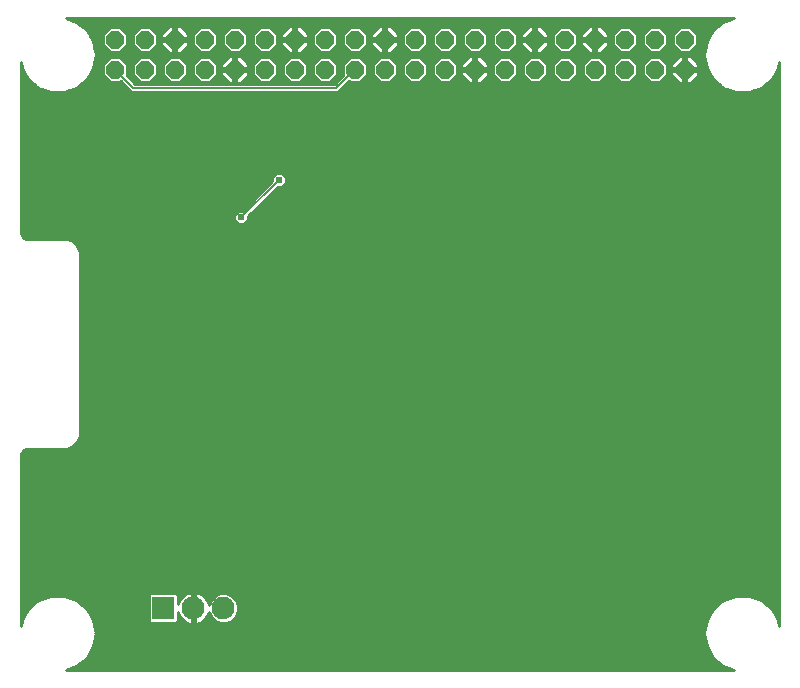
<source format=gbl>
G75*
%MOIN*%
%OFA0B0*%
%FSLAX25Y25*%
%IPPOS*%
%LPD*%
%AMOC8*
5,1,8,0,0,1.08239X$1,22.5*
%
%ADD10OC8,0.06000*%
%ADD11R,0.07600X0.07600*%
%ADD12C,0.07600*%
%ADD13C,0.01000*%
%ADD14C,0.00600*%
%ADD15C,0.02400*%
D10*
X0034453Y0203193D03*
X0044453Y0203193D03*
X0054453Y0203193D03*
X0064453Y0203193D03*
X0074453Y0203193D03*
X0084453Y0203193D03*
X0094453Y0203193D03*
X0104453Y0203193D03*
X0114453Y0203193D03*
X0124453Y0203193D03*
X0134453Y0203193D03*
X0144453Y0203193D03*
X0154453Y0203193D03*
X0164453Y0203193D03*
X0174453Y0203193D03*
X0184453Y0203193D03*
X0194453Y0203193D03*
X0204453Y0203193D03*
X0214453Y0203193D03*
X0224453Y0203193D03*
X0224453Y0213193D03*
X0214453Y0213193D03*
X0204453Y0213193D03*
X0194453Y0213193D03*
X0184453Y0213193D03*
X0174453Y0213193D03*
X0164453Y0213193D03*
X0154453Y0213193D03*
X0144453Y0213193D03*
X0134453Y0213193D03*
X0124453Y0213193D03*
X0114453Y0213193D03*
X0104453Y0213193D03*
X0094453Y0213193D03*
X0084453Y0213193D03*
X0074453Y0213193D03*
X0064453Y0213193D03*
X0054453Y0213193D03*
X0044453Y0213193D03*
X0034453Y0213193D03*
D11*
X0050555Y0023685D03*
D12*
X0060555Y0023685D03*
X0070555Y0023685D03*
D13*
X0003000Y0017691D02*
X0003000Y0074335D01*
X0003047Y0074810D01*
X0003411Y0075689D01*
X0004083Y0076361D01*
X0004962Y0076725D01*
X0005437Y0076772D01*
X0018330Y0076772D01*
X0020328Y0077599D01*
X0021857Y0079129D01*
X0022685Y0081127D01*
X0022685Y0142345D01*
X0021857Y0144344D01*
X0020328Y0145873D01*
X0020328Y0145873D01*
X0018330Y0146701D01*
X0005437Y0146701D01*
X0004962Y0146748D01*
X0004083Y0147111D01*
X0003411Y0147784D01*
X0003047Y0148662D01*
X0003000Y0149138D01*
X0003000Y0205782D01*
X0003341Y0203848D01*
X0005547Y0200026D01*
X0008927Y0197190D01*
X0013073Y0195681D01*
X0017486Y0195681D01*
X0021632Y0197190D01*
X0025012Y0200026D01*
X0027218Y0203848D01*
X0027984Y0208193D01*
X0027218Y0212538D01*
X0025012Y0216359D01*
X0021632Y0219196D01*
X0018124Y0220472D01*
X0240782Y0220472D01*
X0237274Y0219196D01*
X0233894Y0216359D01*
X0231687Y0212538D01*
X0230921Y0208193D01*
X0231687Y0203848D01*
X0233894Y0200026D01*
X0237274Y0197190D01*
X0241420Y0195681D01*
X0245832Y0195681D01*
X0249978Y0197190D01*
X0253358Y0200026D01*
X0255565Y0203848D01*
X0255906Y0205782D01*
X0255906Y0017691D01*
X0255565Y0019625D01*
X0253358Y0023446D01*
X0249978Y0026282D01*
X0245832Y0027791D01*
X0241420Y0027791D01*
X0237274Y0026282D01*
X0233894Y0023446D01*
X0231687Y0019625D01*
X0230921Y0015280D01*
X0231687Y0010934D01*
X0233894Y0007113D01*
X0237274Y0004277D01*
X0240782Y0003000D01*
X0018124Y0003000D01*
X0021632Y0004277D01*
X0025012Y0007113D01*
X0027218Y0010934D01*
X0027984Y0015280D01*
X0027218Y0019625D01*
X0025012Y0023446D01*
X0021632Y0026282D01*
X0017486Y0027791D01*
X0013073Y0027791D01*
X0008927Y0026282D01*
X0005547Y0023446D01*
X0003341Y0019625D01*
X0003000Y0017691D01*
X0003000Y0018475D02*
X0003138Y0018475D01*
X0003000Y0019473D02*
X0003314Y0019473D01*
X0003000Y0020472D02*
X0003830Y0020472D01*
X0004406Y0021470D02*
X0003000Y0021470D01*
X0003000Y0022469D02*
X0004983Y0022469D01*
X0005573Y0023467D02*
X0003000Y0023467D01*
X0003000Y0024466D02*
X0006762Y0024466D01*
X0007952Y0025464D02*
X0003000Y0025464D01*
X0003000Y0026463D02*
X0009423Y0026463D01*
X0012167Y0027461D02*
X0003000Y0027461D01*
X0003000Y0028460D02*
X0046174Y0028460D01*
X0046299Y0028585D02*
X0045655Y0027941D01*
X0045655Y0019429D01*
X0046299Y0018785D01*
X0054811Y0018785D01*
X0055455Y0019429D01*
X0055455Y0022230D01*
X0055643Y0021651D01*
X0056022Y0020907D01*
X0056512Y0020232D01*
X0057102Y0019642D01*
X0057777Y0019152D01*
X0058521Y0018773D01*
X0059314Y0018516D01*
X0060055Y0018398D01*
X0060055Y0023185D01*
X0061055Y0023185D01*
X0061055Y0018398D01*
X0061796Y0018516D01*
X0062590Y0018773D01*
X0063333Y0019152D01*
X0064008Y0019642D01*
X0064598Y0020232D01*
X0065088Y0020907D01*
X0065467Y0021651D01*
X0065725Y0022444D01*
X0065736Y0022515D01*
X0066401Y0020909D01*
X0067779Y0019531D01*
X0069580Y0018785D01*
X0071530Y0018785D01*
X0073331Y0019531D01*
X0074709Y0020909D01*
X0075455Y0022710D01*
X0075455Y0024660D01*
X0074709Y0026461D01*
X0073331Y0027839D01*
X0071530Y0028585D01*
X0069580Y0028585D01*
X0067779Y0027839D01*
X0066401Y0026461D01*
X0065736Y0024855D01*
X0065725Y0024926D01*
X0065467Y0025720D01*
X0065088Y0026463D01*
X0064598Y0027138D01*
X0064008Y0027728D01*
X0063333Y0028218D01*
X0062590Y0028597D01*
X0061796Y0028855D01*
X0061055Y0028972D01*
X0061055Y0024185D01*
X0060055Y0024185D01*
X0060055Y0028972D01*
X0059314Y0028855D01*
X0058521Y0028597D01*
X0057777Y0028218D01*
X0057102Y0027728D01*
X0056512Y0027138D01*
X0056022Y0026463D01*
X0055643Y0025720D01*
X0055455Y0025140D01*
X0055455Y0027941D01*
X0054811Y0028585D01*
X0046299Y0028585D01*
X0045655Y0027461D02*
X0018392Y0027461D01*
X0021136Y0026463D02*
X0045655Y0026463D01*
X0045655Y0025464D02*
X0022607Y0025464D01*
X0023797Y0024466D02*
X0045655Y0024466D01*
X0045655Y0023467D02*
X0024987Y0023467D01*
X0025576Y0022469D02*
X0045655Y0022469D01*
X0045655Y0021470D02*
X0026153Y0021470D01*
X0026729Y0020472D02*
X0045655Y0020472D01*
X0045655Y0019473D02*
X0027245Y0019473D01*
X0027421Y0018475D02*
X0059572Y0018475D01*
X0060055Y0018475D02*
X0061055Y0018475D01*
X0061538Y0018475D02*
X0231485Y0018475D01*
X0231661Y0019473D02*
X0073191Y0019473D01*
X0074271Y0020472D02*
X0232176Y0020472D01*
X0232753Y0021470D02*
X0074941Y0021470D01*
X0075355Y0022469D02*
X0233329Y0022469D01*
X0233919Y0023467D02*
X0075455Y0023467D01*
X0075455Y0024466D02*
X0235109Y0024466D01*
X0236299Y0025464D02*
X0075122Y0025464D01*
X0074707Y0026463D02*
X0237770Y0026463D01*
X0240513Y0027461D02*
X0073708Y0027461D01*
X0071832Y0028460D02*
X0255906Y0028460D01*
X0255906Y0029458D02*
X0003000Y0029458D01*
X0003000Y0030457D02*
X0255906Y0030457D01*
X0255906Y0031455D02*
X0003000Y0031455D01*
X0003000Y0032454D02*
X0255906Y0032454D01*
X0255906Y0033452D02*
X0003000Y0033452D01*
X0003000Y0034451D02*
X0255906Y0034451D01*
X0255906Y0035449D02*
X0003000Y0035449D01*
X0003000Y0036448D02*
X0255906Y0036448D01*
X0255906Y0037446D02*
X0003000Y0037446D01*
X0003000Y0038445D02*
X0255906Y0038445D01*
X0255906Y0039443D02*
X0003000Y0039443D01*
X0003000Y0040442D02*
X0255906Y0040442D01*
X0255906Y0041440D02*
X0003000Y0041440D01*
X0003000Y0042439D02*
X0255906Y0042439D01*
X0255906Y0043437D02*
X0003000Y0043437D01*
X0003000Y0044436D02*
X0255906Y0044436D01*
X0255906Y0045434D02*
X0003000Y0045434D01*
X0003000Y0046433D02*
X0255906Y0046433D01*
X0255906Y0047432D02*
X0003000Y0047432D01*
X0003000Y0048430D02*
X0255906Y0048430D01*
X0255906Y0049429D02*
X0003000Y0049429D01*
X0003000Y0050427D02*
X0255906Y0050427D01*
X0255906Y0051426D02*
X0003000Y0051426D01*
X0003000Y0052424D02*
X0255906Y0052424D01*
X0255906Y0053423D02*
X0003000Y0053423D01*
X0003000Y0054421D02*
X0255906Y0054421D01*
X0255906Y0055420D02*
X0003000Y0055420D01*
X0003000Y0056418D02*
X0255906Y0056418D01*
X0255906Y0057417D02*
X0003000Y0057417D01*
X0003000Y0058415D02*
X0255906Y0058415D01*
X0255906Y0059414D02*
X0003000Y0059414D01*
X0003000Y0060412D02*
X0255906Y0060412D01*
X0255906Y0061411D02*
X0003000Y0061411D01*
X0003000Y0062409D02*
X0255906Y0062409D01*
X0255906Y0063408D02*
X0003000Y0063408D01*
X0003000Y0064406D02*
X0255906Y0064406D01*
X0255906Y0065405D02*
X0003000Y0065405D01*
X0003000Y0066403D02*
X0255906Y0066403D01*
X0255906Y0067402D02*
X0003000Y0067402D01*
X0003000Y0068400D02*
X0255906Y0068400D01*
X0255906Y0069399D02*
X0003000Y0069399D01*
X0003000Y0070397D02*
X0255906Y0070397D01*
X0255906Y0071396D02*
X0003000Y0071396D01*
X0003000Y0072394D02*
X0255906Y0072394D01*
X0255906Y0073393D02*
X0003000Y0073393D01*
X0003006Y0074391D02*
X0255906Y0074391D01*
X0255906Y0075390D02*
X0003287Y0075390D01*
X0004149Y0076388D02*
X0255906Y0076388D01*
X0255906Y0077387D02*
X0019815Y0077387D01*
X0020328Y0077599D02*
X0020328Y0077599D01*
X0021114Y0078385D02*
X0255906Y0078385D01*
X0255906Y0079384D02*
X0021963Y0079384D01*
X0021857Y0079129D02*
X0021857Y0079129D01*
X0022377Y0080382D02*
X0255906Y0080382D01*
X0255906Y0081381D02*
X0022685Y0081381D01*
X0022685Y0082379D02*
X0255906Y0082379D01*
X0255906Y0083378D02*
X0022685Y0083378D01*
X0022685Y0084376D02*
X0255906Y0084376D01*
X0255906Y0085375D02*
X0022685Y0085375D01*
X0022685Y0086373D02*
X0255906Y0086373D01*
X0255906Y0087372D02*
X0022685Y0087372D01*
X0022685Y0088370D02*
X0255906Y0088370D01*
X0255906Y0089369D02*
X0022685Y0089369D01*
X0022685Y0090368D02*
X0255906Y0090368D01*
X0255906Y0091366D02*
X0022685Y0091366D01*
X0022685Y0092365D02*
X0255906Y0092365D01*
X0255906Y0093363D02*
X0022685Y0093363D01*
X0022685Y0094362D02*
X0255906Y0094362D01*
X0255906Y0095360D02*
X0022685Y0095360D01*
X0022685Y0096359D02*
X0255906Y0096359D01*
X0255906Y0097357D02*
X0022685Y0097357D01*
X0022685Y0098356D02*
X0255906Y0098356D01*
X0255906Y0099354D02*
X0022685Y0099354D01*
X0022685Y0100353D02*
X0255906Y0100353D01*
X0255906Y0101351D02*
X0022685Y0101351D01*
X0022685Y0102350D02*
X0255906Y0102350D01*
X0255906Y0103348D02*
X0022685Y0103348D01*
X0022685Y0104347D02*
X0255906Y0104347D01*
X0255906Y0105345D02*
X0022685Y0105345D01*
X0022685Y0106344D02*
X0255906Y0106344D01*
X0255906Y0107342D02*
X0022685Y0107342D01*
X0022685Y0108341D02*
X0255906Y0108341D01*
X0255906Y0109339D02*
X0022685Y0109339D01*
X0022685Y0110338D02*
X0255906Y0110338D01*
X0255906Y0111336D02*
X0022685Y0111336D01*
X0022685Y0112335D02*
X0255906Y0112335D01*
X0255906Y0113333D02*
X0022685Y0113333D01*
X0022685Y0114332D02*
X0255906Y0114332D01*
X0255906Y0115330D02*
X0022685Y0115330D01*
X0022685Y0116329D02*
X0255906Y0116329D01*
X0255906Y0117327D02*
X0022685Y0117327D01*
X0022685Y0118326D02*
X0255906Y0118326D01*
X0255906Y0119324D02*
X0022685Y0119324D01*
X0022685Y0120323D02*
X0255906Y0120323D01*
X0255906Y0121321D02*
X0022685Y0121321D01*
X0022685Y0122320D02*
X0255906Y0122320D01*
X0255906Y0123318D02*
X0022685Y0123318D01*
X0022685Y0124317D02*
X0255906Y0124317D01*
X0255906Y0125315D02*
X0022685Y0125315D01*
X0022685Y0126314D02*
X0255906Y0126314D01*
X0255906Y0127312D02*
X0022685Y0127312D01*
X0022685Y0128311D02*
X0255906Y0128311D01*
X0255906Y0129309D02*
X0022685Y0129309D01*
X0022685Y0130308D02*
X0255906Y0130308D01*
X0255906Y0131306D02*
X0022685Y0131306D01*
X0022685Y0132305D02*
X0255906Y0132305D01*
X0255906Y0133303D02*
X0022685Y0133303D01*
X0022685Y0134302D02*
X0255906Y0134302D01*
X0255906Y0135301D02*
X0022685Y0135301D01*
X0022685Y0136299D02*
X0255906Y0136299D01*
X0255906Y0137298D02*
X0022685Y0137298D01*
X0022685Y0138296D02*
X0255906Y0138296D01*
X0255906Y0139295D02*
X0022685Y0139295D01*
X0022685Y0140293D02*
X0255906Y0140293D01*
X0255906Y0141292D02*
X0022685Y0141292D01*
X0022685Y0142290D02*
X0255906Y0142290D01*
X0255906Y0143289D02*
X0022294Y0143289D01*
X0021881Y0144287D02*
X0255906Y0144287D01*
X0255906Y0145286D02*
X0020915Y0145286D01*
X0021857Y0144344D02*
X0021857Y0144344D01*
X0019335Y0146284D02*
X0255906Y0146284D01*
X0255906Y0147283D02*
X0003912Y0147283D01*
X0003205Y0148281D02*
X0255906Y0148281D01*
X0255906Y0149280D02*
X0003000Y0149280D01*
X0003000Y0150278D02*
X0255906Y0150278D01*
X0255906Y0151277D02*
X0003000Y0151277D01*
X0003000Y0152275D02*
X0074872Y0152275D01*
X0074200Y0152947D02*
X0075547Y0151600D01*
X0077453Y0151600D01*
X0078800Y0152947D01*
X0078800Y0154220D01*
X0088780Y0164200D01*
X0090053Y0164200D01*
X0091400Y0165547D01*
X0091400Y0167453D01*
X0090053Y0168800D01*
X0088147Y0168800D01*
X0086800Y0167453D01*
X0086800Y0166180D01*
X0076820Y0156200D01*
X0075547Y0156200D01*
X0074200Y0154853D01*
X0074200Y0152947D01*
X0074200Y0153274D02*
X0003000Y0153274D01*
X0003000Y0154272D02*
X0074200Y0154272D01*
X0074618Y0155271D02*
X0003000Y0155271D01*
X0003000Y0156269D02*
X0076889Y0156269D01*
X0077888Y0157268D02*
X0003000Y0157268D01*
X0003000Y0158266D02*
X0078886Y0158266D01*
X0079885Y0159265D02*
X0003000Y0159265D01*
X0003000Y0160263D02*
X0080883Y0160263D01*
X0081882Y0161262D02*
X0003000Y0161262D01*
X0003000Y0162260D02*
X0082880Y0162260D01*
X0083879Y0163259D02*
X0003000Y0163259D01*
X0003000Y0164257D02*
X0084877Y0164257D01*
X0085876Y0165256D02*
X0003000Y0165256D01*
X0003000Y0166254D02*
X0086800Y0166254D01*
X0086800Y0167253D02*
X0003000Y0167253D01*
X0003000Y0168251D02*
X0087599Y0168251D01*
X0090601Y0168251D02*
X0255906Y0168251D01*
X0255906Y0167253D02*
X0091400Y0167253D01*
X0091400Y0166254D02*
X0255906Y0166254D01*
X0255906Y0165256D02*
X0091109Y0165256D01*
X0090110Y0164257D02*
X0255906Y0164257D01*
X0255906Y0163259D02*
X0087839Y0163259D01*
X0086840Y0162260D02*
X0255906Y0162260D01*
X0255906Y0161262D02*
X0085842Y0161262D01*
X0084843Y0160263D02*
X0255906Y0160263D01*
X0255906Y0159265D02*
X0083845Y0159265D01*
X0082846Y0158266D02*
X0255906Y0158266D01*
X0255906Y0157268D02*
X0081848Y0157268D01*
X0080849Y0156269D02*
X0255906Y0156269D01*
X0255906Y0155271D02*
X0079851Y0155271D01*
X0078852Y0154272D02*
X0255906Y0154272D01*
X0255906Y0153274D02*
X0078800Y0153274D01*
X0078128Y0152275D02*
X0255906Y0152275D01*
X0255906Y0169250D02*
X0003000Y0169250D01*
X0003000Y0170248D02*
X0255906Y0170248D01*
X0255906Y0171247D02*
X0003000Y0171247D01*
X0003000Y0172245D02*
X0255906Y0172245D01*
X0255906Y0173244D02*
X0003000Y0173244D01*
X0003000Y0174242D02*
X0255906Y0174242D01*
X0255906Y0175241D02*
X0003000Y0175241D01*
X0003000Y0176239D02*
X0255906Y0176239D01*
X0255906Y0177238D02*
X0003000Y0177238D01*
X0003000Y0178237D02*
X0255906Y0178237D01*
X0255906Y0179235D02*
X0003000Y0179235D01*
X0003000Y0180234D02*
X0255906Y0180234D01*
X0255906Y0181232D02*
X0003000Y0181232D01*
X0003000Y0182231D02*
X0255906Y0182231D01*
X0255906Y0183229D02*
X0003000Y0183229D01*
X0003000Y0184228D02*
X0255906Y0184228D01*
X0255906Y0185226D02*
X0003000Y0185226D01*
X0003000Y0186225D02*
X0255906Y0186225D01*
X0255906Y0187223D02*
X0003000Y0187223D01*
X0003000Y0188222D02*
X0255906Y0188222D01*
X0255906Y0189220D02*
X0003000Y0189220D01*
X0003000Y0190219D02*
X0255906Y0190219D01*
X0255906Y0191217D02*
X0003000Y0191217D01*
X0003000Y0192216D02*
X0255906Y0192216D01*
X0255906Y0193214D02*
X0003000Y0193214D01*
X0003000Y0194213D02*
X0255906Y0194213D01*
X0255906Y0195211D02*
X0003000Y0195211D01*
X0003000Y0196210D02*
X0011621Y0196210D01*
X0008906Y0197208D02*
X0003000Y0197208D01*
X0003000Y0198207D02*
X0007716Y0198207D01*
X0006526Y0199205D02*
X0003000Y0199205D01*
X0003000Y0200204D02*
X0005445Y0200204D01*
X0004868Y0201202D02*
X0003000Y0201202D01*
X0003000Y0202201D02*
X0004292Y0202201D01*
X0003715Y0203199D02*
X0003000Y0203199D01*
X0003000Y0204198D02*
X0003279Y0204198D01*
X0003103Y0205196D02*
X0003000Y0205196D01*
X0018938Y0196210D02*
X0039410Y0196210D01*
X0039100Y0196520D02*
X0039920Y0195700D01*
X0108880Y0195700D01*
X0112514Y0199334D01*
X0112754Y0199093D01*
X0116151Y0199093D01*
X0118553Y0201495D01*
X0118553Y0204891D01*
X0116151Y0207293D01*
X0112754Y0207293D01*
X0110353Y0204891D01*
X0110353Y0201495D01*
X0110534Y0201314D01*
X0107720Y0198500D01*
X0041080Y0198500D01*
X0038319Y0201261D01*
X0038553Y0201495D01*
X0038553Y0204891D01*
X0036151Y0207293D01*
X0032754Y0207293D01*
X0030353Y0204891D01*
X0030353Y0201495D01*
X0032754Y0199093D01*
X0036151Y0199093D01*
X0036339Y0199281D01*
X0039100Y0196520D01*
X0038412Y0197208D02*
X0021653Y0197208D01*
X0022843Y0198207D02*
X0037413Y0198207D01*
X0036415Y0199205D02*
X0036263Y0199205D01*
X0038378Y0201202D02*
X0040645Y0201202D01*
X0040353Y0201495D02*
X0042754Y0199093D01*
X0046151Y0199093D01*
X0048553Y0201495D01*
X0048553Y0204891D01*
X0046151Y0207293D01*
X0042754Y0207293D01*
X0040353Y0204891D01*
X0040353Y0201495D01*
X0040353Y0202201D02*
X0038553Y0202201D01*
X0038553Y0203199D02*
X0040353Y0203199D01*
X0040353Y0204198D02*
X0038553Y0204198D01*
X0038248Y0205196D02*
X0040658Y0205196D01*
X0041656Y0206195D02*
X0037249Y0206195D01*
X0036251Y0207193D02*
X0042655Y0207193D01*
X0042754Y0209093D02*
X0046151Y0209093D01*
X0048553Y0211495D01*
X0048553Y0214891D01*
X0046151Y0217293D01*
X0042754Y0217293D01*
X0040353Y0214891D01*
X0040353Y0211495D01*
X0042754Y0209093D01*
X0042657Y0209190D02*
X0036248Y0209190D01*
X0036151Y0209093D02*
X0038553Y0211495D01*
X0038553Y0214891D01*
X0036151Y0217293D01*
X0032754Y0217293D01*
X0030353Y0214891D01*
X0030353Y0211495D01*
X0032754Y0209093D01*
X0036151Y0209093D01*
X0037247Y0210189D02*
X0041659Y0210189D01*
X0040660Y0211187D02*
X0038245Y0211187D01*
X0038553Y0212186D02*
X0040353Y0212186D01*
X0040353Y0213184D02*
X0038553Y0213184D01*
X0038553Y0214183D02*
X0040353Y0214183D01*
X0040643Y0215181D02*
X0038263Y0215181D01*
X0037264Y0216180D02*
X0041642Y0216180D01*
X0042640Y0217178D02*
X0036265Y0217178D01*
X0032640Y0217178D02*
X0024036Y0217178D01*
X0025115Y0216180D02*
X0031642Y0216180D01*
X0030643Y0215181D02*
X0025692Y0215181D01*
X0026268Y0214183D02*
X0030353Y0214183D01*
X0030353Y0213184D02*
X0026845Y0213184D01*
X0027280Y0212186D02*
X0030353Y0212186D01*
X0030660Y0211187D02*
X0027456Y0211187D01*
X0027632Y0210189D02*
X0031659Y0210189D01*
X0032657Y0209190D02*
X0027808Y0209190D01*
X0027984Y0208192D02*
X0230921Y0208192D01*
X0231097Y0209190D02*
X0226248Y0209190D01*
X0226151Y0209093D02*
X0228553Y0211495D01*
X0228553Y0214891D01*
X0226151Y0217293D01*
X0222754Y0217293D01*
X0220353Y0214891D01*
X0220353Y0211495D01*
X0222754Y0209093D01*
X0226151Y0209093D01*
X0226317Y0207693D02*
X0224953Y0207693D01*
X0224953Y0203693D01*
X0228953Y0203693D01*
X0228953Y0205057D01*
X0226317Y0207693D01*
X0226816Y0207193D02*
X0231098Y0207193D01*
X0231274Y0206195D02*
X0227815Y0206195D01*
X0228813Y0205196D02*
X0231450Y0205196D01*
X0231626Y0204198D02*
X0228953Y0204198D01*
X0228953Y0202693D02*
X0224953Y0202693D01*
X0224953Y0203693D01*
X0223953Y0203693D01*
X0223953Y0207693D01*
X0222589Y0207693D01*
X0219953Y0205057D01*
X0219953Y0203693D01*
X0223953Y0203693D01*
X0223953Y0202693D01*
X0224953Y0202693D01*
X0224953Y0198693D01*
X0226317Y0198693D01*
X0228953Y0201329D01*
X0228953Y0202693D01*
X0228953Y0202201D02*
X0232638Y0202201D01*
X0232062Y0203199D02*
X0224953Y0203199D01*
X0224953Y0202201D02*
X0223953Y0202201D01*
X0223953Y0202693D02*
X0223953Y0198693D01*
X0222589Y0198693D01*
X0219953Y0201329D01*
X0219953Y0202693D01*
X0223953Y0202693D01*
X0223953Y0203199D02*
X0218553Y0203199D01*
X0218553Y0202201D02*
X0219953Y0202201D01*
X0220079Y0201202D02*
X0218260Y0201202D01*
X0218553Y0201495D02*
X0216151Y0199093D01*
X0212754Y0199093D01*
X0210353Y0201495D01*
X0210353Y0204891D01*
X0212754Y0207293D01*
X0216151Y0207293D01*
X0218553Y0204891D01*
X0218553Y0201495D01*
X0217262Y0200204D02*
X0221078Y0200204D01*
X0222076Y0199205D02*
X0216263Y0199205D01*
X0212642Y0199205D02*
X0206263Y0199205D01*
X0206151Y0199093D02*
X0208553Y0201495D01*
X0208553Y0204891D01*
X0206151Y0207293D01*
X0202754Y0207293D01*
X0200353Y0204891D01*
X0200353Y0201495D01*
X0202754Y0199093D01*
X0206151Y0199093D01*
X0207262Y0200204D02*
X0211644Y0200204D01*
X0210645Y0201202D02*
X0208260Y0201202D01*
X0208553Y0202201D02*
X0210353Y0202201D01*
X0210353Y0203199D02*
X0208553Y0203199D01*
X0208553Y0204198D02*
X0210353Y0204198D01*
X0210658Y0205196D02*
X0208248Y0205196D01*
X0207249Y0206195D02*
X0211656Y0206195D01*
X0212655Y0207193D02*
X0206251Y0207193D01*
X0206151Y0209093D02*
X0202754Y0209093D01*
X0200353Y0211495D01*
X0200353Y0214891D01*
X0202754Y0217293D01*
X0206151Y0217293D01*
X0208553Y0214891D01*
X0208553Y0211495D01*
X0206151Y0209093D01*
X0206248Y0209190D02*
X0212657Y0209190D01*
X0212754Y0209093D02*
X0216151Y0209093D01*
X0218553Y0211495D01*
X0218553Y0214891D01*
X0216151Y0217293D01*
X0212754Y0217293D01*
X0210353Y0214891D01*
X0210353Y0211495D01*
X0212754Y0209093D01*
X0211659Y0210189D02*
X0207247Y0210189D01*
X0208245Y0211187D02*
X0210660Y0211187D01*
X0210353Y0212186D02*
X0208553Y0212186D01*
X0208553Y0213184D02*
X0210353Y0213184D01*
X0210353Y0214183D02*
X0208553Y0214183D01*
X0208262Y0215181D02*
X0210643Y0215181D01*
X0211642Y0216180D02*
X0207264Y0216180D01*
X0206265Y0217178D02*
X0212640Y0217178D01*
X0216265Y0217178D02*
X0222640Y0217178D01*
X0221642Y0216180D02*
X0217264Y0216180D01*
X0218262Y0215181D02*
X0220643Y0215181D01*
X0220353Y0214183D02*
X0218553Y0214183D01*
X0218553Y0213184D02*
X0220353Y0213184D01*
X0220353Y0212186D02*
X0218553Y0212186D01*
X0218245Y0211187D02*
X0220660Y0211187D01*
X0221659Y0210189D02*
X0217247Y0210189D01*
X0216248Y0209190D02*
X0222657Y0209190D01*
X0222089Y0207193D02*
X0216251Y0207193D01*
X0217249Y0206195D02*
X0221091Y0206195D01*
X0220092Y0205196D02*
X0218248Y0205196D01*
X0218553Y0204198D02*
X0219953Y0204198D01*
X0223953Y0204198D02*
X0224953Y0204198D01*
X0224953Y0205196D02*
X0223953Y0205196D01*
X0223953Y0206195D02*
X0224953Y0206195D01*
X0224953Y0207193D02*
X0223953Y0207193D01*
X0227247Y0210189D02*
X0231273Y0210189D01*
X0231449Y0211187D02*
X0228245Y0211187D01*
X0228553Y0212186D02*
X0231625Y0212186D01*
X0232061Y0213184D02*
X0228553Y0213184D01*
X0228553Y0214183D02*
X0232637Y0214183D01*
X0233214Y0215181D02*
X0228262Y0215181D01*
X0227264Y0216180D02*
X0233790Y0216180D01*
X0234870Y0217178D02*
X0226265Y0217178D01*
X0236060Y0218177D02*
X0022846Y0218177D01*
X0021656Y0219175D02*
X0237250Y0219175D01*
X0239962Y0220174D02*
X0018944Y0220174D01*
X0027808Y0207193D02*
X0032655Y0207193D01*
X0031656Y0206195D02*
X0027632Y0206195D01*
X0027456Y0205196D02*
X0030658Y0205196D01*
X0030353Y0204198D02*
X0027280Y0204198D01*
X0026844Y0203199D02*
X0030353Y0203199D01*
X0030353Y0202201D02*
X0026267Y0202201D01*
X0025691Y0201202D02*
X0030645Y0201202D01*
X0031644Y0200204D02*
X0025114Y0200204D01*
X0024033Y0199205D02*
X0032642Y0199205D01*
X0039376Y0200204D02*
X0041644Y0200204D01*
X0042642Y0199205D02*
X0040375Y0199205D01*
X0046263Y0199205D02*
X0052642Y0199205D01*
X0052754Y0199093D02*
X0056151Y0199093D01*
X0058553Y0201495D01*
X0058553Y0204891D01*
X0056151Y0207293D01*
X0052754Y0207293D01*
X0050353Y0204891D01*
X0050353Y0201495D01*
X0052754Y0199093D01*
X0051644Y0200204D02*
X0047262Y0200204D01*
X0048260Y0201202D02*
X0050645Y0201202D01*
X0050353Y0202201D02*
X0048553Y0202201D01*
X0048553Y0203199D02*
X0050353Y0203199D01*
X0050353Y0204198D02*
X0048553Y0204198D01*
X0048248Y0205196D02*
X0050658Y0205196D01*
X0051656Y0206195D02*
X0047249Y0206195D01*
X0046251Y0207193D02*
X0052655Y0207193D01*
X0052589Y0208693D02*
X0053953Y0208693D01*
X0053953Y0212693D01*
X0054953Y0212693D01*
X0054953Y0213693D01*
X0058953Y0213693D01*
X0058953Y0215057D01*
X0056317Y0217693D01*
X0054953Y0217693D01*
X0054953Y0213693D01*
X0053953Y0213693D01*
X0053953Y0217693D01*
X0052589Y0217693D01*
X0049953Y0215057D01*
X0049953Y0213693D01*
X0053953Y0213693D01*
X0053953Y0212693D01*
X0049953Y0212693D01*
X0049953Y0211329D01*
X0052589Y0208693D01*
X0052091Y0209190D02*
X0046248Y0209190D01*
X0047247Y0210189D02*
X0051093Y0210189D01*
X0050094Y0211187D02*
X0048245Y0211187D01*
X0048553Y0212186D02*
X0049953Y0212186D01*
X0048553Y0213184D02*
X0053953Y0213184D01*
X0053953Y0212186D02*
X0054953Y0212186D01*
X0054953Y0212693D02*
X0054953Y0208693D01*
X0056317Y0208693D01*
X0058953Y0211329D01*
X0058953Y0212693D01*
X0054953Y0212693D01*
X0054953Y0213184D02*
X0060353Y0213184D01*
X0060353Y0212186D02*
X0058953Y0212186D01*
X0058811Y0211187D02*
X0060660Y0211187D01*
X0060353Y0211495D02*
X0062754Y0209093D01*
X0066151Y0209093D01*
X0068553Y0211495D01*
X0068553Y0214891D01*
X0066151Y0217293D01*
X0062754Y0217293D01*
X0060353Y0214891D01*
X0060353Y0211495D01*
X0061659Y0210189D02*
X0057813Y0210189D01*
X0056814Y0209190D02*
X0062657Y0209190D01*
X0062754Y0207293D02*
X0060353Y0204891D01*
X0060353Y0201495D01*
X0062754Y0199093D01*
X0066151Y0199093D01*
X0068553Y0201495D01*
X0068553Y0204891D01*
X0066151Y0207293D01*
X0062754Y0207293D01*
X0062655Y0207193D02*
X0056251Y0207193D01*
X0057249Y0206195D02*
X0061656Y0206195D01*
X0060658Y0205196D02*
X0058248Y0205196D01*
X0058553Y0204198D02*
X0060353Y0204198D01*
X0060353Y0203199D02*
X0058553Y0203199D01*
X0058553Y0202201D02*
X0060353Y0202201D01*
X0060645Y0201202D02*
X0058260Y0201202D01*
X0057262Y0200204D02*
X0061644Y0200204D01*
X0062642Y0199205D02*
X0056263Y0199205D01*
X0066263Y0199205D02*
X0072076Y0199205D01*
X0072589Y0198693D02*
X0069953Y0201329D01*
X0069953Y0202693D01*
X0073953Y0202693D01*
X0074953Y0202693D01*
X0074953Y0203693D01*
X0078953Y0203693D01*
X0078953Y0205057D01*
X0076317Y0207693D01*
X0074953Y0207693D01*
X0074953Y0203693D01*
X0073953Y0203693D01*
X0073953Y0207693D01*
X0072589Y0207693D01*
X0069953Y0205057D01*
X0069953Y0203693D01*
X0073953Y0203693D01*
X0073953Y0202693D01*
X0073953Y0198693D01*
X0072589Y0198693D01*
X0073953Y0199205D02*
X0074953Y0199205D01*
X0074953Y0198693D02*
X0076317Y0198693D01*
X0078953Y0201329D01*
X0078953Y0202693D01*
X0074953Y0202693D01*
X0074953Y0198693D01*
X0074953Y0200204D02*
X0073953Y0200204D01*
X0073953Y0201202D02*
X0074953Y0201202D01*
X0074953Y0202201D02*
X0073953Y0202201D01*
X0073953Y0203199D02*
X0068553Y0203199D01*
X0068553Y0202201D02*
X0069953Y0202201D01*
X0070079Y0201202D02*
X0068260Y0201202D01*
X0067262Y0200204D02*
X0071078Y0200204D01*
X0074953Y0203199D02*
X0080353Y0203199D01*
X0080353Y0202201D02*
X0078953Y0202201D01*
X0078826Y0201202D02*
X0080645Y0201202D01*
X0080353Y0201495D02*
X0082754Y0199093D01*
X0086151Y0199093D01*
X0088553Y0201495D01*
X0088553Y0204891D01*
X0086151Y0207293D01*
X0082754Y0207293D01*
X0080353Y0204891D01*
X0080353Y0201495D01*
X0081644Y0200204D02*
X0077828Y0200204D01*
X0076829Y0199205D02*
X0082642Y0199205D01*
X0086263Y0199205D02*
X0092642Y0199205D01*
X0092754Y0199093D02*
X0096151Y0199093D01*
X0098553Y0201495D01*
X0098553Y0204891D01*
X0096151Y0207293D01*
X0092754Y0207293D01*
X0090353Y0204891D01*
X0090353Y0201495D01*
X0092754Y0199093D01*
X0091644Y0200204D02*
X0087262Y0200204D01*
X0088260Y0201202D02*
X0090645Y0201202D01*
X0090353Y0202201D02*
X0088553Y0202201D01*
X0088553Y0203199D02*
X0090353Y0203199D01*
X0090353Y0204198D02*
X0088553Y0204198D01*
X0088248Y0205196D02*
X0090658Y0205196D01*
X0091656Y0206195D02*
X0087249Y0206195D01*
X0086251Y0207193D02*
X0092655Y0207193D01*
X0092589Y0208693D02*
X0093953Y0208693D01*
X0093953Y0212693D01*
X0094953Y0212693D01*
X0094953Y0213693D01*
X0098953Y0213693D01*
X0098953Y0215057D01*
X0096317Y0217693D01*
X0094953Y0217693D01*
X0094953Y0213693D01*
X0093953Y0213693D01*
X0093953Y0217693D01*
X0092589Y0217693D01*
X0089953Y0215057D01*
X0089953Y0213693D01*
X0093953Y0213693D01*
X0093953Y0212693D01*
X0089953Y0212693D01*
X0089953Y0211329D01*
X0092589Y0208693D01*
X0092091Y0209190D02*
X0086248Y0209190D01*
X0086151Y0209093D02*
X0088553Y0211495D01*
X0088553Y0214891D01*
X0086151Y0217293D01*
X0082754Y0217293D01*
X0080353Y0214891D01*
X0080353Y0211495D01*
X0082754Y0209093D01*
X0086151Y0209093D01*
X0087247Y0210189D02*
X0091093Y0210189D01*
X0090094Y0211187D02*
X0088245Y0211187D01*
X0088553Y0212186D02*
X0089953Y0212186D01*
X0088553Y0213184D02*
X0093953Y0213184D01*
X0093953Y0212186D02*
X0094953Y0212186D01*
X0094953Y0212693D02*
X0094953Y0208693D01*
X0096317Y0208693D01*
X0098953Y0211329D01*
X0098953Y0212693D01*
X0094953Y0212693D01*
X0094953Y0213184D02*
X0100353Y0213184D01*
X0100353Y0212186D02*
X0098953Y0212186D01*
X0098811Y0211187D02*
X0100660Y0211187D01*
X0100353Y0211495D02*
X0102754Y0209093D01*
X0106151Y0209093D01*
X0108553Y0211495D01*
X0108553Y0214891D01*
X0106151Y0217293D01*
X0102754Y0217293D01*
X0100353Y0214891D01*
X0100353Y0211495D01*
X0101659Y0210189D02*
X0097813Y0210189D01*
X0096814Y0209190D02*
X0102657Y0209190D01*
X0102754Y0207293D02*
X0100353Y0204891D01*
X0100353Y0201495D01*
X0102754Y0199093D01*
X0106151Y0199093D01*
X0108553Y0201495D01*
X0108553Y0204891D01*
X0106151Y0207293D01*
X0102754Y0207293D01*
X0102655Y0207193D02*
X0096251Y0207193D01*
X0097249Y0206195D02*
X0101656Y0206195D01*
X0100658Y0205196D02*
X0098248Y0205196D01*
X0098553Y0204198D02*
X0100353Y0204198D01*
X0100353Y0203199D02*
X0098553Y0203199D01*
X0098553Y0202201D02*
X0100353Y0202201D01*
X0100645Y0201202D02*
X0098260Y0201202D01*
X0097262Y0200204D02*
X0101644Y0200204D01*
X0102642Y0199205D02*
X0096263Y0199205D01*
X0106263Y0199205D02*
X0108425Y0199205D01*
X0109424Y0200204D02*
X0107262Y0200204D01*
X0108260Y0201202D02*
X0110422Y0201202D01*
X0110353Y0202201D02*
X0108553Y0202201D01*
X0108553Y0203199D02*
X0110353Y0203199D01*
X0110353Y0204198D02*
X0108553Y0204198D01*
X0108248Y0205196D02*
X0110658Y0205196D01*
X0111656Y0206195D02*
X0107249Y0206195D01*
X0106251Y0207193D02*
X0112655Y0207193D01*
X0112754Y0209093D02*
X0116151Y0209093D01*
X0118553Y0211495D01*
X0118553Y0214891D01*
X0116151Y0217293D01*
X0112754Y0217293D01*
X0110353Y0214891D01*
X0110353Y0211495D01*
X0112754Y0209093D01*
X0112657Y0209190D02*
X0106248Y0209190D01*
X0107247Y0210189D02*
X0111659Y0210189D01*
X0110660Y0211187D02*
X0108245Y0211187D01*
X0108553Y0212186D02*
X0110353Y0212186D01*
X0110353Y0213184D02*
X0108553Y0213184D01*
X0108553Y0214183D02*
X0110353Y0214183D01*
X0110643Y0215181D02*
X0108262Y0215181D01*
X0107264Y0216180D02*
X0111642Y0216180D01*
X0112640Y0217178D02*
X0106265Y0217178D01*
X0102640Y0217178D02*
X0096831Y0217178D01*
X0097830Y0216180D02*
X0101642Y0216180D01*
X0100643Y0215181D02*
X0098828Y0215181D01*
X0098953Y0214183D02*
X0100353Y0214183D01*
X0094953Y0214183D02*
X0093953Y0214183D01*
X0093953Y0215181D02*
X0094953Y0215181D01*
X0094953Y0216180D02*
X0093953Y0216180D01*
X0093953Y0217178D02*
X0094953Y0217178D01*
X0092074Y0217178D02*
X0086265Y0217178D01*
X0087264Y0216180D02*
X0091076Y0216180D01*
X0090077Y0215181D02*
X0088262Y0215181D01*
X0088553Y0214183D02*
X0089953Y0214183D01*
X0093953Y0211187D02*
X0094953Y0211187D01*
X0094953Y0210189D02*
X0093953Y0210189D01*
X0093953Y0209190D02*
X0094953Y0209190D01*
X0082657Y0209190D02*
X0076248Y0209190D01*
X0076151Y0209093D02*
X0078553Y0211495D01*
X0078553Y0214891D01*
X0076151Y0217293D01*
X0072754Y0217293D01*
X0070353Y0214891D01*
X0070353Y0211495D01*
X0072754Y0209093D01*
X0076151Y0209093D01*
X0077247Y0210189D02*
X0081659Y0210189D01*
X0080660Y0211187D02*
X0078245Y0211187D01*
X0078553Y0212186D02*
X0080353Y0212186D01*
X0080353Y0213184D02*
X0078553Y0213184D01*
X0078553Y0214183D02*
X0080353Y0214183D01*
X0080643Y0215181D02*
X0078263Y0215181D01*
X0077264Y0216180D02*
X0081642Y0216180D01*
X0082640Y0217178D02*
X0076265Y0217178D01*
X0072640Y0217178D02*
X0066265Y0217178D01*
X0067264Y0216180D02*
X0071642Y0216180D01*
X0070643Y0215181D02*
X0068263Y0215181D01*
X0068553Y0214183D02*
X0070353Y0214183D01*
X0070353Y0213184D02*
X0068553Y0213184D01*
X0068553Y0212186D02*
X0070353Y0212186D01*
X0070660Y0211187D02*
X0068245Y0211187D01*
X0067247Y0210189D02*
X0071659Y0210189D01*
X0072657Y0209190D02*
X0066248Y0209190D01*
X0066251Y0207193D02*
X0072089Y0207193D01*
X0071091Y0206195D02*
X0067249Y0206195D01*
X0068248Y0205196D02*
X0070092Y0205196D01*
X0069953Y0204198D02*
X0068553Y0204198D01*
X0073953Y0204198D02*
X0074953Y0204198D01*
X0074953Y0205196D02*
X0073953Y0205196D01*
X0073953Y0206195D02*
X0074953Y0206195D01*
X0074953Y0207193D02*
X0073953Y0207193D01*
X0076816Y0207193D02*
X0082655Y0207193D01*
X0081656Y0206195D02*
X0077815Y0206195D01*
X0078813Y0205196D02*
X0080658Y0205196D01*
X0080353Y0204198D02*
X0078953Y0204198D01*
X0062640Y0217178D02*
X0056831Y0217178D01*
X0057830Y0216180D02*
X0061642Y0216180D01*
X0060643Y0215181D02*
X0058828Y0215181D01*
X0058953Y0214183D02*
X0060353Y0214183D01*
X0054953Y0214183D02*
X0053953Y0214183D01*
X0053953Y0215181D02*
X0054953Y0215181D01*
X0054953Y0216180D02*
X0053953Y0216180D01*
X0053953Y0217178D02*
X0054953Y0217178D01*
X0052074Y0217178D02*
X0046265Y0217178D01*
X0047264Y0216180D02*
X0051076Y0216180D01*
X0050077Y0215181D02*
X0048262Y0215181D01*
X0048553Y0214183D02*
X0049953Y0214183D01*
X0053953Y0211187D02*
X0054953Y0211187D01*
X0054953Y0210189D02*
X0053953Y0210189D01*
X0053953Y0209190D02*
X0054953Y0209190D01*
X0109390Y0196210D02*
X0239968Y0196210D01*
X0237252Y0197208D02*
X0110388Y0197208D01*
X0111387Y0198207D02*
X0236062Y0198207D01*
X0234872Y0199205D02*
X0226829Y0199205D01*
X0227828Y0200204D02*
X0233791Y0200204D01*
X0233215Y0201202D02*
X0228826Y0201202D01*
X0224953Y0201202D02*
X0223953Y0201202D01*
X0223953Y0200204D02*
X0224953Y0200204D01*
X0224953Y0199205D02*
X0223953Y0199205D01*
X0202642Y0199205D02*
X0196263Y0199205D01*
X0196151Y0199093D02*
X0198553Y0201495D01*
X0198553Y0204891D01*
X0196151Y0207293D01*
X0192754Y0207293D01*
X0190353Y0204891D01*
X0190353Y0201495D01*
X0192754Y0199093D01*
X0196151Y0199093D01*
X0197262Y0200204D02*
X0201644Y0200204D01*
X0200645Y0201202D02*
X0198260Y0201202D01*
X0198553Y0202201D02*
X0200353Y0202201D01*
X0200353Y0203199D02*
X0198553Y0203199D01*
X0198553Y0204198D02*
X0200353Y0204198D01*
X0200658Y0205196D02*
X0198248Y0205196D01*
X0197249Y0206195D02*
X0201656Y0206195D01*
X0202655Y0207193D02*
X0196251Y0207193D01*
X0196317Y0208693D02*
X0198953Y0211329D01*
X0198953Y0212693D01*
X0194953Y0212693D01*
X0194953Y0213693D01*
X0198953Y0213693D01*
X0198953Y0215057D01*
X0196317Y0217693D01*
X0194953Y0217693D01*
X0194953Y0213693D01*
X0193953Y0213693D01*
X0193953Y0217693D01*
X0192589Y0217693D01*
X0189953Y0215057D01*
X0189953Y0213693D01*
X0193953Y0213693D01*
X0193953Y0212693D01*
X0194953Y0212693D01*
X0194953Y0208693D01*
X0196317Y0208693D01*
X0196814Y0209190D02*
X0202657Y0209190D01*
X0201659Y0210189D02*
X0197813Y0210189D01*
X0198811Y0211187D02*
X0200660Y0211187D01*
X0200353Y0212186D02*
X0198953Y0212186D01*
X0200353Y0213184D02*
X0194953Y0213184D01*
X0194953Y0212186D02*
X0193953Y0212186D01*
X0193953Y0212693D02*
X0193953Y0208693D01*
X0192589Y0208693D01*
X0189953Y0211329D01*
X0189953Y0212693D01*
X0193953Y0212693D01*
X0193953Y0213184D02*
X0188553Y0213184D01*
X0188553Y0212186D02*
X0189953Y0212186D01*
X0190094Y0211187D02*
X0188245Y0211187D01*
X0188553Y0211495D02*
X0186151Y0209093D01*
X0182754Y0209093D01*
X0180353Y0211495D01*
X0180353Y0214891D01*
X0182754Y0217293D01*
X0186151Y0217293D01*
X0188553Y0214891D01*
X0188553Y0211495D01*
X0187247Y0210189D02*
X0191093Y0210189D01*
X0192091Y0209190D02*
X0186248Y0209190D01*
X0186151Y0207293D02*
X0182754Y0207293D01*
X0180353Y0204891D01*
X0180353Y0201495D01*
X0182754Y0199093D01*
X0186151Y0199093D01*
X0188553Y0201495D01*
X0188553Y0204891D01*
X0186151Y0207293D01*
X0186251Y0207193D02*
X0192655Y0207193D01*
X0191656Y0206195D02*
X0187249Y0206195D01*
X0188248Y0205196D02*
X0190658Y0205196D01*
X0190353Y0204198D02*
X0188553Y0204198D01*
X0188553Y0203199D02*
X0190353Y0203199D01*
X0190353Y0202201D02*
X0188553Y0202201D01*
X0188260Y0201202D02*
X0190645Y0201202D01*
X0191644Y0200204D02*
X0187262Y0200204D01*
X0186263Y0199205D02*
X0192642Y0199205D01*
X0182642Y0199205D02*
X0176263Y0199205D01*
X0176151Y0199093D02*
X0178553Y0201495D01*
X0178553Y0204891D01*
X0176151Y0207293D01*
X0172754Y0207293D01*
X0170353Y0204891D01*
X0170353Y0201495D01*
X0172754Y0199093D01*
X0176151Y0199093D01*
X0177262Y0200204D02*
X0181644Y0200204D01*
X0180645Y0201202D02*
X0178260Y0201202D01*
X0178553Y0202201D02*
X0180353Y0202201D01*
X0180353Y0203199D02*
X0178553Y0203199D01*
X0178553Y0204198D02*
X0180353Y0204198D01*
X0180658Y0205196D02*
X0178248Y0205196D01*
X0177249Y0206195D02*
X0181656Y0206195D01*
X0182655Y0207193D02*
X0176251Y0207193D01*
X0176317Y0208693D02*
X0174953Y0208693D01*
X0174953Y0212693D01*
X0174953Y0213693D01*
X0178953Y0213693D01*
X0178953Y0215057D01*
X0176317Y0217693D01*
X0174953Y0217693D01*
X0174953Y0213693D01*
X0173953Y0213693D01*
X0173953Y0217693D01*
X0172589Y0217693D01*
X0169953Y0215057D01*
X0169953Y0213693D01*
X0173953Y0213693D01*
X0173953Y0212693D01*
X0174953Y0212693D01*
X0178953Y0212693D01*
X0178953Y0211329D01*
X0176317Y0208693D01*
X0176814Y0209190D02*
X0182657Y0209190D01*
X0181659Y0210189D02*
X0177813Y0210189D01*
X0178811Y0211187D02*
X0180660Y0211187D01*
X0180353Y0212186D02*
X0178953Y0212186D01*
X0180353Y0213184D02*
X0174953Y0213184D01*
X0174953Y0212186D02*
X0173953Y0212186D01*
X0173953Y0212693D02*
X0173953Y0208693D01*
X0172589Y0208693D01*
X0169953Y0211329D01*
X0169953Y0212693D01*
X0173953Y0212693D01*
X0173953Y0213184D02*
X0168553Y0213184D01*
X0168553Y0212186D02*
X0169953Y0212186D01*
X0170094Y0211187D02*
X0168245Y0211187D01*
X0168553Y0211495D02*
X0166151Y0209093D01*
X0162754Y0209093D01*
X0160353Y0211495D01*
X0160353Y0214891D01*
X0162754Y0217293D01*
X0166151Y0217293D01*
X0168553Y0214891D01*
X0168553Y0211495D01*
X0167247Y0210189D02*
X0171093Y0210189D01*
X0172091Y0209190D02*
X0166248Y0209190D01*
X0166151Y0207293D02*
X0162754Y0207293D01*
X0160353Y0204891D01*
X0160353Y0201495D01*
X0162754Y0199093D01*
X0166151Y0199093D01*
X0168553Y0201495D01*
X0168553Y0204891D01*
X0166151Y0207293D01*
X0166251Y0207193D02*
X0172655Y0207193D01*
X0171656Y0206195D02*
X0167249Y0206195D01*
X0168248Y0205196D02*
X0170658Y0205196D01*
X0170353Y0204198D02*
X0168553Y0204198D01*
X0168553Y0203199D02*
X0170353Y0203199D01*
X0170353Y0202201D02*
X0168553Y0202201D01*
X0168260Y0201202D02*
X0170645Y0201202D01*
X0171644Y0200204D02*
X0167262Y0200204D01*
X0166263Y0199205D02*
X0172642Y0199205D01*
X0162642Y0199205D02*
X0156829Y0199205D01*
X0156317Y0198693D02*
X0154953Y0198693D01*
X0154953Y0202693D01*
X0154953Y0203693D01*
X0158953Y0203693D01*
X0158953Y0205057D01*
X0156317Y0207693D01*
X0154953Y0207693D01*
X0154953Y0203693D01*
X0153953Y0203693D01*
X0153953Y0207693D01*
X0152589Y0207693D01*
X0149953Y0205057D01*
X0149953Y0203693D01*
X0153953Y0203693D01*
X0153953Y0202693D01*
X0154953Y0202693D01*
X0158953Y0202693D01*
X0158953Y0201329D01*
X0156317Y0198693D01*
X0154953Y0199205D02*
X0153953Y0199205D01*
X0153953Y0198693D02*
X0152589Y0198693D01*
X0149953Y0201329D01*
X0149953Y0202693D01*
X0153953Y0202693D01*
X0153953Y0198693D01*
X0153953Y0200204D02*
X0154953Y0200204D01*
X0154953Y0201202D02*
X0153953Y0201202D01*
X0153953Y0202201D02*
X0154953Y0202201D01*
X0154953Y0203199D02*
X0160353Y0203199D01*
X0160353Y0202201D02*
X0158953Y0202201D01*
X0158826Y0201202D02*
X0160645Y0201202D01*
X0161644Y0200204D02*
X0157828Y0200204D01*
X0153953Y0203199D02*
X0148553Y0203199D01*
X0148553Y0202201D02*
X0149953Y0202201D01*
X0150079Y0201202D02*
X0148260Y0201202D01*
X0148553Y0201495D02*
X0146151Y0199093D01*
X0142754Y0199093D01*
X0140353Y0201495D01*
X0140353Y0204891D01*
X0142754Y0207293D01*
X0146151Y0207293D01*
X0148553Y0204891D01*
X0148553Y0201495D01*
X0147262Y0200204D02*
X0151078Y0200204D01*
X0152076Y0199205D02*
X0146263Y0199205D01*
X0142642Y0199205D02*
X0136263Y0199205D01*
X0136151Y0199093D02*
X0138553Y0201495D01*
X0138553Y0204891D01*
X0136151Y0207293D01*
X0132754Y0207293D01*
X0130353Y0204891D01*
X0130353Y0201495D01*
X0132754Y0199093D01*
X0136151Y0199093D01*
X0137262Y0200204D02*
X0141644Y0200204D01*
X0140645Y0201202D02*
X0138260Y0201202D01*
X0138553Y0202201D02*
X0140353Y0202201D01*
X0140353Y0203199D02*
X0138553Y0203199D01*
X0138553Y0204198D02*
X0140353Y0204198D01*
X0140658Y0205196D02*
X0138248Y0205196D01*
X0137249Y0206195D02*
X0141656Y0206195D01*
X0142655Y0207193D02*
X0136251Y0207193D01*
X0136151Y0209093D02*
X0132754Y0209093D01*
X0130353Y0211495D01*
X0130353Y0214891D01*
X0132754Y0217293D01*
X0136151Y0217293D01*
X0138553Y0214891D01*
X0138553Y0211495D01*
X0136151Y0209093D01*
X0136248Y0209190D02*
X0142657Y0209190D01*
X0142754Y0209093D02*
X0146151Y0209093D01*
X0148553Y0211495D01*
X0148553Y0214891D01*
X0146151Y0217293D01*
X0142754Y0217293D01*
X0140353Y0214891D01*
X0140353Y0211495D01*
X0142754Y0209093D01*
X0141659Y0210189D02*
X0137247Y0210189D01*
X0138245Y0211187D02*
X0140660Y0211187D01*
X0140353Y0212186D02*
X0138553Y0212186D01*
X0138553Y0213184D02*
X0140353Y0213184D01*
X0140353Y0214183D02*
X0138553Y0214183D01*
X0138263Y0215181D02*
X0140643Y0215181D01*
X0141642Y0216180D02*
X0137264Y0216180D01*
X0136265Y0217178D02*
X0142640Y0217178D01*
X0146265Y0217178D02*
X0152640Y0217178D01*
X0152754Y0217293D02*
X0150353Y0214891D01*
X0150353Y0211495D01*
X0152754Y0209093D01*
X0156151Y0209093D01*
X0158553Y0211495D01*
X0158553Y0214891D01*
X0156151Y0217293D01*
X0152754Y0217293D01*
X0151642Y0216180D02*
X0147264Y0216180D01*
X0148263Y0215181D02*
X0150643Y0215181D01*
X0150353Y0214183D02*
X0148553Y0214183D01*
X0148553Y0213184D02*
X0150353Y0213184D01*
X0150353Y0212186D02*
X0148553Y0212186D01*
X0148245Y0211187D02*
X0150660Y0211187D01*
X0151659Y0210189D02*
X0147247Y0210189D01*
X0146248Y0209190D02*
X0152657Y0209190D01*
X0152089Y0207193D02*
X0146251Y0207193D01*
X0147249Y0206195D02*
X0151091Y0206195D01*
X0150092Y0205196D02*
X0148248Y0205196D01*
X0148553Y0204198D02*
X0149953Y0204198D01*
X0153953Y0204198D02*
X0154953Y0204198D01*
X0154953Y0205196D02*
X0153953Y0205196D01*
X0153953Y0206195D02*
X0154953Y0206195D01*
X0154953Y0207193D02*
X0153953Y0207193D01*
X0156816Y0207193D02*
X0162655Y0207193D01*
X0161656Y0206195D02*
X0157815Y0206195D01*
X0158813Y0205196D02*
X0160658Y0205196D01*
X0160353Y0204198D02*
X0158953Y0204198D01*
X0156248Y0209190D02*
X0162657Y0209190D01*
X0161659Y0210189D02*
X0157247Y0210189D01*
X0158245Y0211187D02*
X0160660Y0211187D01*
X0160353Y0212186D02*
X0158553Y0212186D01*
X0158553Y0213184D02*
X0160353Y0213184D01*
X0160353Y0214183D02*
X0158553Y0214183D01*
X0158263Y0215181D02*
X0160643Y0215181D01*
X0161642Y0216180D02*
X0157264Y0216180D01*
X0156265Y0217178D02*
X0162640Y0217178D01*
X0166265Y0217178D02*
X0172074Y0217178D01*
X0171076Y0216180D02*
X0167264Y0216180D01*
X0168263Y0215181D02*
X0170077Y0215181D01*
X0169953Y0214183D02*
X0168553Y0214183D01*
X0173953Y0214183D02*
X0174953Y0214183D01*
X0174953Y0215181D02*
X0173953Y0215181D01*
X0173953Y0216180D02*
X0174953Y0216180D01*
X0174953Y0217178D02*
X0173953Y0217178D01*
X0176831Y0217178D02*
X0182640Y0217178D01*
X0181642Y0216180D02*
X0177830Y0216180D01*
X0178828Y0215181D02*
X0180643Y0215181D01*
X0180353Y0214183D02*
X0178953Y0214183D01*
X0174953Y0211187D02*
X0173953Y0211187D01*
X0173953Y0210189D02*
X0174953Y0210189D01*
X0174953Y0209190D02*
X0173953Y0209190D01*
X0186265Y0217178D02*
X0192074Y0217178D01*
X0191076Y0216180D02*
X0187264Y0216180D01*
X0188262Y0215181D02*
X0190077Y0215181D01*
X0189953Y0214183D02*
X0188553Y0214183D01*
X0193953Y0214183D02*
X0194953Y0214183D01*
X0194953Y0215181D02*
X0193953Y0215181D01*
X0193953Y0216180D02*
X0194953Y0216180D01*
X0194953Y0217178D02*
X0193953Y0217178D01*
X0196831Y0217178D02*
X0202640Y0217178D01*
X0201642Y0216180D02*
X0197830Y0216180D01*
X0198828Y0215181D02*
X0200643Y0215181D01*
X0200353Y0214183D02*
X0198953Y0214183D01*
X0194953Y0211187D02*
X0193953Y0211187D01*
X0193953Y0210189D02*
X0194953Y0210189D01*
X0194953Y0209190D02*
X0193953Y0209190D01*
X0247284Y0196210D02*
X0255906Y0196210D01*
X0255906Y0197208D02*
X0250000Y0197208D01*
X0251190Y0198207D02*
X0255906Y0198207D01*
X0255906Y0199205D02*
X0252380Y0199205D01*
X0253461Y0200204D02*
X0255906Y0200204D01*
X0255906Y0201202D02*
X0254037Y0201202D01*
X0254614Y0202201D02*
X0255906Y0202201D01*
X0255906Y0203199D02*
X0255190Y0203199D01*
X0255626Y0204198D02*
X0255906Y0204198D01*
X0255906Y0205196D02*
X0255802Y0205196D01*
X0132655Y0207193D02*
X0126251Y0207193D01*
X0126151Y0207293D02*
X0122754Y0207293D01*
X0120353Y0204891D01*
X0120353Y0201495D01*
X0122754Y0199093D01*
X0126151Y0199093D01*
X0128553Y0201495D01*
X0128553Y0204891D01*
X0126151Y0207293D01*
X0126317Y0208693D02*
X0128953Y0211329D01*
X0128953Y0212693D01*
X0124953Y0212693D01*
X0124953Y0213693D01*
X0128953Y0213693D01*
X0128953Y0215057D01*
X0126317Y0217693D01*
X0124953Y0217693D01*
X0124953Y0213693D01*
X0123953Y0213693D01*
X0123953Y0217693D01*
X0122589Y0217693D01*
X0119953Y0215057D01*
X0119953Y0213693D01*
X0123953Y0213693D01*
X0123953Y0212693D01*
X0124953Y0212693D01*
X0124953Y0208693D01*
X0126317Y0208693D01*
X0126814Y0209190D02*
X0132657Y0209190D01*
X0131659Y0210189D02*
X0127813Y0210189D01*
X0128811Y0211187D02*
X0130660Y0211187D01*
X0130353Y0212186D02*
X0128953Y0212186D01*
X0130353Y0213184D02*
X0124953Y0213184D01*
X0124953Y0212186D02*
X0123953Y0212186D01*
X0123953Y0212693D02*
X0123953Y0208693D01*
X0122589Y0208693D01*
X0119953Y0211329D01*
X0119953Y0212693D01*
X0123953Y0212693D01*
X0123953Y0213184D02*
X0118553Y0213184D01*
X0118553Y0212186D02*
X0119953Y0212186D01*
X0120094Y0211187D02*
X0118245Y0211187D01*
X0117247Y0210189D02*
X0121093Y0210189D01*
X0122091Y0209190D02*
X0116248Y0209190D01*
X0116251Y0207193D02*
X0122655Y0207193D01*
X0121656Y0206195D02*
X0117249Y0206195D01*
X0118248Y0205196D02*
X0120658Y0205196D01*
X0120353Y0204198D02*
X0118553Y0204198D01*
X0118553Y0203199D02*
X0120353Y0203199D01*
X0120353Y0202201D02*
X0118553Y0202201D01*
X0118260Y0201202D02*
X0120645Y0201202D01*
X0121644Y0200204D02*
X0117262Y0200204D01*
X0116263Y0199205D02*
X0122642Y0199205D01*
X0126263Y0199205D02*
X0132642Y0199205D01*
X0131644Y0200204D02*
X0127262Y0200204D01*
X0128260Y0201202D02*
X0130645Y0201202D01*
X0130353Y0202201D02*
X0128553Y0202201D01*
X0128553Y0203199D02*
X0130353Y0203199D01*
X0130353Y0204198D02*
X0128553Y0204198D01*
X0128248Y0205196D02*
X0130658Y0205196D01*
X0131656Y0206195D02*
X0127249Y0206195D01*
X0124953Y0209190D02*
X0123953Y0209190D01*
X0123953Y0210189D02*
X0124953Y0210189D01*
X0124953Y0211187D02*
X0123953Y0211187D01*
X0123953Y0214183D02*
X0124953Y0214183D01*
X0124953Y0215181D02*
X0123953Y0215181D01*
X0123953Y0216180D02*
X0124953Y0216180D01*
X0124953Y0217178D02*
X0123953Y0217178D01*
X0122074Y0217178D02*
X0116265Y0217178D01*
X0117264Y0216180D02*
X0121076Y0216180D01*
X0120077Y0215181D02*
X0118262Y0215181D01*
X0118553Y0214183D02*
X0119953Y0214183D01*
X0126831Y0217178D02*
X0132640Y0217178D01*
X0131642Y0216180D02*
X0127830Y0216180D01*
X0128828Y0215181D02*
X0130643Y0215181D01*
X0130353Y0214183D02*
X0128953Y0214183D01*
X0112642Y0199205D02*
X0112385Y0199205D01*
X0069278Y0028460D02*
X0062858Y0028460D01*
X0064274Y0027461D02*
X0067402Y0027461D01*
X0066403Y0026463D02*
X0065088Y0026463D01*
X0065550Y0025464D02*
X0065988Y0025464D01*
X0065755Y0022469D02*
X0065729Y0022469D01*
X0065375Y0021470D02*
X0066169Y0021470D01*
X0066839Y0020472D02*
X0064772Y0020472D01*
X0063775Y0019473D02*
X0067919Y0019473D01*
X0061055Y0019473D02*
X0060055Y0019473D01*
X0060055Y0020472D02*
X0061055Y0020472D01*
X0061055Y0021470D02*
X0060055Y0021470D01*
X0060055Y0022469D02*
X0061055Y0022469D01*
X0061055Y0024466D02*
X0060055Y0024466D01*
X0060055Y0025464D02*
X0061055Y0025464D01*
X0061055Y0026463D02*
X0060055Y0026463D01*
X0060055Y0027461D02*
X0061055Y0027461D01*
X0061055Y0028460D02*
X0060055Y0028460D01*
X0058252Y0028460D02*
X0054936Y0028460D01*
X0055455Y0027461D02*
X0056836Y0027461D01*
X0056022Y0026463D02*
X0055455Y0026463D01*
X0055455Y0025464D02*
X0055560Y0025464D01*
X0055455Y0021470D02*
X0055735Y0021470D01*
X0055455Y0020472D02*
X0056339Y0020472D01*
X0055455Y0019473D02*
X0057335Y0019473D01*
X0027949Y0015479D02*
X0230956Y0015479D01*
X0231062Y0014481D02*
X0027843Y0014481D01*
X0027667Y0013482D02*
X0231238Y0013482D01*
X0231414Y0012484D02*
X0027491Y0012484D01*
X0027315Y0011485D02*
X0231590Y0011485D01*
X0231946Y0010487D02*
X0026960Y0010487D01*
X0026383Y0009488D02*
X0232522Y0009488D01*
X0233099Y0008490D02*
X0025807Y0008490D01*
X0025230Y0007491D02*
X0233675Y0007491D01*
X0234633Y0006493D02*
X0024272Y0006493D01*
X0023082Y0005494D02*
X0235823Y0005494D01*
X0237013Y0004496D02*
X0021892Y0004496D01*
X0019489Y0003497D02*
X0239416Y0003497D01*
X0231133Y0016478D02*
X0027773Y0016478D01*
X0027597Y0017476D02*
X0231309Y0017476D01*
X0246739Y0027461D02*
X0255906Y0027461D01*
X0255906Y0026463D02*
X0249482Y0026463D01*
X0250953Y0025464D02*
X0255906Y0025464D01*
X0255906Y0024466D02*
X0252143Y0024466D01*
X0253333Y0023467D02*
X0255906Y0023467D01*
X0255906Y0022469D02*
X0253923Y0022469D01*
X0254499Y0021470D02*
X0255906Y0021470D01*
X0255906Y0020472D02*
X0255076Y0020472D01*
X0255591Y0019473D02*
X0255906Y0019473D01*
X0255906Y0018475D02*
X0255767Y0018475D01*
D14*
X0089100Y0166500D02*
X0076500Y0153900D01*
X0108300Y0197100D02*
X0040500Y0197100D01*
X0034500Y0203100D01*
X0034453Y0203193D01*
X0108300Y0197100D02*
X0114300Y0203100D01*
X0114453Y0203193D01*
D15*
X0089100Y0166500D03*
X0076500Y0153900D03*
M02*

</source>
